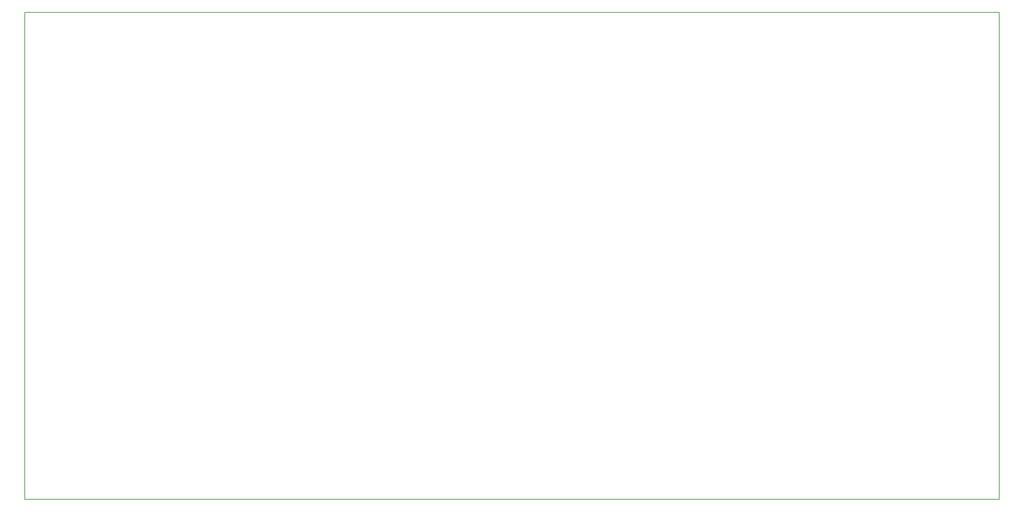
<source format=gbr>
%TF.GenerationSoftware,KiCad,Pcbnew,9.0.0*%
%TF.CreationDate,2025-03-25T18:07:07-07:00*%
%TF.ProjectId,DynamicBrakeGrid,44796e61-6d69-4634-9272-616b65477269,rev?*%
%TF.SameCoordinates,Original*%
%TF.FileFunction,Profile,NP*%
%FSLAX46Y46*%
G04 Gerber Fmt 4.6, Leading zero omitted, Abs format (unit mm)*
G04 Created by KiCad (PCBNEW 9.0.0) date 2025-03-25 18:07:07*
%MOMM*%
%LPD*%
G01*
G04 APERTURE LIST*
%TA.AperFunction,Profile*%
%ADD10C,0.200000*%
%TD*%
G04 APERTURE END LIST*
D10*
X30000000Y-40000000D02*
X270000000Y-40000000D01*
X270000000Y-160000000D01*
X30000000Y-160000000D01*
X30000000Y-40000000D01*
M02*

</source>
